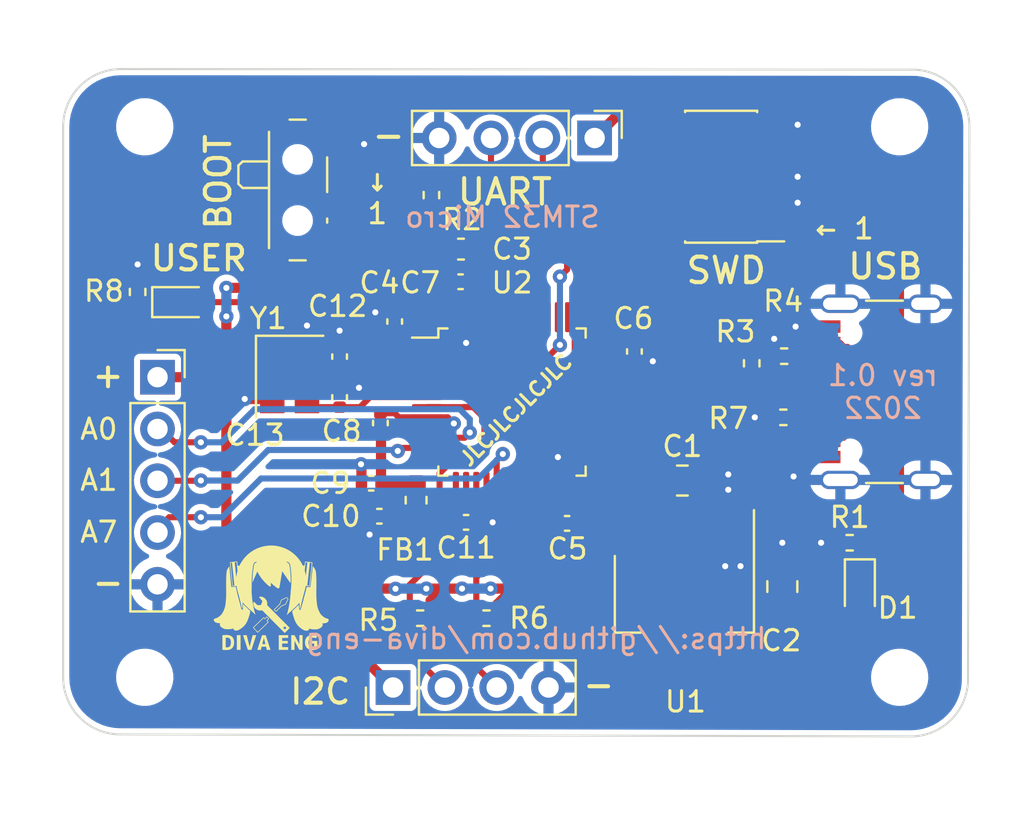
<source format=kicad_pcb>
(kicad_pcb (version 20211014) (generator pcbnew)
  (layers (0 "F.Cu" signal) (31 "B.Cu" signal) (34 "B.Paste" user) (35 "F.Paste" user) (36 "B.SilkS" user "B.Silkscreen") (37 "F.SilkS" user "F.Silkscreen") (38 "B.Mask" user) (39 "F.Mask" user) (44 "Edge.Cuts" user))
  (net 0 "")
  (net 1 "VBUS")
  (net 2 "GND")
  (net 3 "+3V3")
  (net 4 "+3.3VA")
  (net 5 "/JTAG_RST")
  (net 6 "/HSE_IN")
  (net 7 "/HSE_OUT")
  (net 8 "/PWR_LED_K")
  (net 9 "/USB_D+")
  (net 10 "/USB_D-")
  (net 13 "/USART1_TX")
  (net 14 "/USART1_RX")
  (net 15 "/SWCLK")
  (net 16 "/SWDIO")
  (net 20 "/I2C2_SCL")
  (net 21 "/I2C2_SDA")
  (net 22 "/SW_BOOT0")
  (net 23 "/BOOT0")
  (net 45 "Net-(J1-PadB5)")
  (net 46 "Net-(J1-PadA5)")
  (net 47 "Net-(D2-Pad1)")
  (net 48 "/USER_LED")
  (net 49 "/USER_IO_1")
  (net 50 "/USER_IO_2")
  (net 51 "/USER_IO_3")
  (footprint "LED_SMD:LED_0603_1608Metric" (layer "F.Cu") (at 62.85 82.6)
    (fp_text reference "D2")
    (fp_text value "RED")
  )
  (footprint "Connector_PinSocket_2.54mm:PinSocket_1x05_P2.54mm_Vertical" (layer "F.Cu") (at 61.625 86.28)
    (fp_text reference "J5")
    (fp_text value "Conn_01x05_Female")
  )
  (footprint "Capacitor_SMD:C_0402_1005Metric" (layer "F.Cu") (at 81.7 93.45 180)
    (fp_text reference "C5")
    (fp_text value "100n")
  )
  (footprint "Capacitor_SMD:C_0402_1005Metric" (layer "F.Cu") (at 73.25 83.55 90)
    (fp_text reference "C4")
    (fp_text value "100n")
  )
  (footprint "Resistor_SMD:R_0402_1005Metric" (layer "F.Cu") (at 75.05 77.35 90)
    (fp_text reference "R2")
    (fp_text value "10k")
  )
  (footprint "Capacitor_SMD:C_0805_2012Metric" (layer "F.Cu") (at 92.25 96.55 90)
    (fp_text reference "C2")
    (fp_text value "22u")
  )
  (footprint "Connector_PinHeader_1.27mm:PinHeader_2x05_P1.27mm_Vertical_SMD" (layer "F.Cu") (at 89.25 76.45 180)
    (fp_text reference "J3")
    (fp_text value "SWD_10")
  )
  (footprint "LOGO" (layer "F.Cu") (at 67.230902 97.246216)
    (fp_text reference "G***")
    (fp_text value "LOGO" hide)
  )
  (footprint "Capacitor_SMD:C_0402_1005Metric" (layer "F.Cu") (at 85 85.02 -90)
    (fp_text reference "C6")
    (fp_text value "100n")
  )
  (footprint "Connector_PinHeader_2.54mm:PinHeader_1x04_P2.54mm_Vertical" (layer "F.Cu") (at 83.05 74.55 -90)
    (fp_text reference "J2")
    (fp_text value "Conn_01x04_Male")
  )
  (footprint "Inductor_SMD:L_0603_1608Metric" (layer "F.Cu") (at 74.3 92.3125 -90)
    (fp_text reference "FB1")
    (fp_text value "120R")
  )
  (footprint "Resistor_SMD:R_0402_1005Metric" (layer "F.Cu") (at 90.75 85.6 -90)
    (fp_text reference "R3")
    (fp_text value "1K5")
  )
  (footprint "Resistor_SMD:R_0402_1005Metric" (layer "F.Cu") (at 74.5 98.1 180)
    (fp_text reference "R5")
    (fp_text value "1K5")
  )
  (footprint "Connector_PinHeader_2.54mm:PinHeader_1x04_P2.54mm_Vertical" (layer "F.Cu") (at 73.17 101.5 90)
    (fp_text reference "J4")
    (fp_text value "Conn_01x04_Male")
  )
  (footprint "Resistor_SMD:R_0402_1005Metric" (layer "F.Cu") (at 92.34 85.25 180)
    (fp_text reference "R4")
    (fp_text value "5K1")
  )
  (footprint "Capacitor_SMD:C_0402_1005Metric" (layer "F.Cu") (at 72.55 88.53 90)
    (fp_text reference "C8")
    (fp_text value "10n")
  )
  (footprint "Button_Switch_SMD:SW_SPDT_PCM12" (layer "F.Cu") (at 68.82 77.1 -90)
    (fp_text reference "SW1")
    (fp_text value "SW_SPDT")
  )
  (footprint "Resistor_SMD:R_0402_1005Metric" (layer "F.Cu") (at 60.65 82.1 90)
    (fp_text reference "R8")
    (fp_text value "1K5")
  )
  (footprint "Resistor_SMD:R_0402_1005Metric" (layer "F.Cu") (at 77.75 98.1 180)
    (fp_text reference "R6")
    (fp_text value "1K5")
  )
  (footprint "Resistor_SMD:R_0402_1005Metric" (layer "F.Cu") (at 92.3 88.25 180)
    (fp_text reference "R7")
    (fp_text value "5K1")
  )
  (footprint "Capacitor_SMD:C_0402_1005Metric" (layer "F.Cu") (at 76.48 81.6)
    (fp_text reference "C7")
    (fp_text value "100n")
  )
  (footprint "Capacitor_SMD:C_0805_2012Metric" (layer "F.Cu") (at 87.35 91.35)
    (fp_text reference "C1")
    (fp_text value "22u")
  )
  (footprint "MountingHole:MountingHole_2.2mm_M2" (layer "F.Cu") (at 98 74)
    (fp_text reference "H3")
    (fp_text value "MountingHole")
  )
  (footprint "MountingHole:MountingHole_2.2mm_M2" (layer "F.Cu") (at 61 101)
    (fp_text reference "H2")
    (fp_text value "MountingHole")
  )
  (footprint "Capacitor_SMD:C_0402_1005Metric" (layer "F.Cu") (at 70.55 85.27 90)
    (fp_text reference "C12")
    (fp_text value "10p")
  )
  (footprint "Capacitor_SMD:C_0603_1608Metric" (layer "F.Cu") (at 76.5 80)
    (fp_text reference "C3")
    (fp_text value "10n")
  )
  (footprint "MountingHole:MountingHole_2.2mm_M2" (layer "F.Cu") (at 98 101)
    (fp_text reference "H4")
    (fp_text value "MountingHole")
  )
  (footprint "Package_TO_SOT_SMD:SOT-223-3_TabPin2" (layer "F.Cu") (at 87.45 96.9 -90)
    (fp_text reference "U1")
    (fp_text value "AMS1117-3.3")
  )
  (footprint "Package_QFP:LQFP-48_7x7mm_P0.5mm" (layer "F.Cu") (at 79 87.5)
    (fp_text reference "U2")
    (fp_text value "STM32F103C8T6")
  )
  (footprint "Capacitor_SMD:C_0402_1005Metric" (layer "F.Cu") (at 72.5 93.1 180)
    (fp_text reference "C10")
    (fp_text value "1u")
  )
  (footprint "LED_SMD:LED_0603_1608Metric" (layer "F.Cu") (at 96.05 96.7 -90)
    (fp_text reference "D1")
    (fp_text value "RED")
  )
  (footprint "Capacitor_SMD:C_0402_1005Metric" (layer "F.Cu") (at 70.55 87.27 90)
    (fp_text reference "C13")
    (fp_text value "10p")
  )
  (footprint "Capacitor_SMD:C_0402_1005Metric" (layer "F.Cu") (at 76.75 93.4)
    (fp_text reference "C11")
    (fp_text value "100n")
  )
  (footprint "Capacitor_SMD:C_0402_1005Metric" (layer "F.Cu") (at 72.1 91.48 180)
    (fp_text reference "C9")
    (fp_text value "1u")
  )
  (footprint "Resistor_SMD:R_0402_1005Metric" (layer "F.Cu") (at 95.55 94.4 180)
    (fp_text reference "R1")
    (fp_text value "1K5")
  )
  (footprint "Crystal:Crystal_SMD_3225-4Pin_3.2x2.5mm" (layer "F.Cu") (at 68.1 86.25 -90)
    (fp_text reference "Y1")
    (fp_text value "16MHz")
  )
  (footprint "Connector_USB:USB_C_Receptacle_Palconn_UTC16-G" (layer "F.Cu") (at 97.025 87 90)
    (fp_text reference "J1")
    (fp_text value "USB C Connector")
  )
  (footprint "MountingHole:MountingHole_2.2mm_M2" (layer "F.Cu") (at 61 74)
    (fp_text reference "H1")
    (fp_text value "MountingHole")
  )
  (gr_line (start 57 101) (end 57 74) (layer "Edge.Cuts") (width 0.1))
  (gr_line (start 101.35 101) (end 101.420101 73.979899) (layer "Edge.Cuts") (width 0.1))
  (gr_arc (start 59.8 103.8) (mid 57.820101 102.979899) (end 57 101) (layer "Edge.Cuts") (width 0.1))
  (gr_arc (start 57 74) (mid 57.825396 72.00242) (end 59.820101 71.170101) (layer "Edge.Cuts") (width 0.1))
  (gr_arc (start 101.35 101) (mid 100.563726 103.041054) (end 98.55 103.9) (layer "Edge.Cuts") (width 0.1))
  (gr_line (start 98.55 103.9) (end 59.8 103.8) (layer "Edge.Cuts") (width 0.1))
  (gr_arc (start 98.55 71.2) (mid 100.573827 71.982068) (end 101.420101 73.979899) (layer "Edge.Cuts") (width 0.1))
  (gr_line (start 98.55 71.2) (end 59.820101 71.170101) (layer "Edge.Cuts") (width 0.1))
  (gr_text "STM32 Micro" (at 78.53 78.43) (layer "B.SilkS") (effects (font (size 1 1)) (justify mirror)))
  (gr_text "https://github.com/diva-eng" (at 80.175 99.1) (layer "B.SilkS") (effects (font (size 1 1)) (justify mirror)))
  (gr_text "rev 0.1\n2022" (at 97.175 87) (layer "B.SilkS") (effects (font (size 1 1)) (justify mirror)))
  (gr_text "-" (at 83.25 101.35) (layer "F.SilkS") (effects (font (size 1.2 1.2) (thickness 0.2))))
  (gr_text "BOOT" (at 64.6 76.7 90) (layer "F.SilkS") (effects (font (size 1.2 1.2) (thickness 0.2))))
  (gr_text "← 1" (at 95.25 79) (layer "F.SilkS") (effects (font (size 1 1))))
  (gr_text "-" (at 72.95 74.4) (layer "F.SilkS") (effects (font (size 1.25 1.25) (thickness 0.2))))
  (gr_text "↓\n1" (at 72.4 77.45) (layer "F.SilkS") (effects (font (size 1 1))))
  (gr_text "SWD" (at 89.5 81.05) (layer "F.SilkS") (effects (font (size 1.25 1.25) (thickness 0.2))))
  (gr_text "+" (at 59.2 86.18) (layer "F.SilkS") (effects (font (size 1.2 1.2) (thickness 0.2))))
  (gr_text "USER" (at 63.65 80.45) (layer "F.SilkS") (effects (font (size 1.2 1.2) (thickness 0.2))))
  (gr_text "A1" (at 58.75 91.33) (layer "F.SilkS") (effects (font (size 1 1))))
  (gr_text "-" (at 59.2 96.33) (layer "F.SilkS") (effects (font (size 1.2 1.2) (thickness 0.2))))
  (gr_text "UART" (at 78.65 77.2) (layer "F.SilkS") (effects (font (size 1.25 1.25) (thickness 0.2))))
  (gr_text "A7" (at 58.75 93.88) (layer "F.SilkS") (effects (font (size 1 1))))
  (gr_text "A0" (at 58.75 88.83) (layer "F.SilkS") (effects (font (size 1 1))))
  (gr_text "I2C" (at 69.6 101.7) (layer "F.SilkS") (effects (font (size 1.2 1.2) (thickness 0.2))))
  (gr_text "USB" (at 97.3 80.85) (layer "F.SilkS") (effects (font (size 1.2 1.2) (thickness 0.2))))
  (gr_text "JLCJLCJLCJLC" (at 79.2 87.9 45) (layer "F.SilkS") (effects (font (size 0.7 0.7))))
  (segment (start 96.8 86.15) (end 95.45 84.8) (width 0.3) (layer "F.Cu") (net 1))
  (segment (start 95.45 84.8) (end 95.275727 84.8) (width 0.3) (layer "F.Cu") (net 1))
  (segment (start 94.665489 89.249511) (end 95.250489 89.249511) (width 0.3) (layer "F.Cu") (net 1))
  (segment (start 95.250489 89.249511) (end 96.8 87.7) (width 0.3) (layer "F.Cu") (net 1))
  (segment (start 96.8 87.7) (end 96.8 86.15) (width 0.3) (layer "F.Cu") (net 1))
  (segment (start 94.515 89.4) (end 94.665489 89.249511) (width 0.3) (layer "F.Cu") (net 1))
  (segment (start 95.275727 84.8) (end 95.075727 84.6) (width 0.3) (layer "F.Cu") (net 1))
  (segment (start 95.075727 84.6) (end 94.515 84.6) (width 0.3) (layer "F.Cu") (net 1))
  (segment (start 77.23 93.4) (end 78.05 93.4) (width 0.5) (layer "F.Cu") (net 2))
  (segment (start 70.25 74.85) (end 71.745 74.85) (width 0.5) (layer "F.Cu") (net 2))
  (segment (start 92.995 77.72) (end 91.2 77.72) (width 0.5) (layer "F.Cu") (net 2))
  (segment (start 73.25 88.05) (end 72.55 88.05) (width 0.3) (layer "F.Cu") (net 2))
  (segment (start 71.49 86.79) (end 71.5 86.8) (width 0.5) (layer "F.Cu") (net 2))
  (segment (start 91.83 85.25) (end 91.83 84.42) (width 0.3) (layer "F.Cu") (net 2))
  (segment (start 76.95 81) (end 76.95 81.59) (width 0.5) (layer "F.Cu") (net 2))
  (segment (start 76.95 81.59) (end 76.96 81.6) (width 0.5) (layer "F.Cu") (net 2))
  (segment (start 91.83 84.42) (end 91.85 84.4) (width 0.3) (layer "F.Cu") (net 2))
  (segment (start 92.99 73.91) (end 91.2 73.91) (width 0.5) (layer "F.Cu") (net 2))
  (segment (start 68.95 85.15) (end 68.95 83.75) (width 0.5) (layer "F.Cu") (net 2))
  (segment (start 76.75 82.499639) (end 76.999639 82.25) (width 0.3) (layer "F.Cu") (net 2))
  (segment (start 70.55 84.79) (end 70.55 84) (width 0.5) (layer "F.Cu") (net 2))
  (segment (start 84.05 85.25) (end 84.3 85.5) (width 0.3) (layer "F.Cu") (net 2))
  (segment (start 91.2 76.45) (end 93 76.45) (width 0.5) (layer "F.Cu") (net 2))
  (segment (start 76.75 83.3375) (end 76.75 82.499639) (width 0.3) (layer "F.Cu") (net 2))
  (segment (start 94.515 90.2) (end 93.75 90.2) (width 0.5) (layer "F.Cu") (net 2))
  (segment (start 71.62 90.570011) (end 71.6 90.550011) (width 0.5) (layer "F.Cu") (net 2))
  (segment (start 94.515 83.8) (end 92.9 83.8) (width 0.5) (layer "F.Cu") (net 2))
  (segment (start 81.25 93.42) (end 81.22 93.45) (width 0.3) (layer "F.Cu") (net 2))
  (segment (start 60.65 81.59) (end 60.65 80.75) (width 0.5) (layer "F.Cu") (net 2))
  (segment (start 76.999639 82.25) (end 77 82.25) (width 0.3) (layer "F.Cu") (net 2))
  (segment (start 81.25 91.6625) (end 81.25 93.42) (width 0.3) (layer "F.Cu") (net 2))
  (segment (start 95.04 94.4) (end 94.15 94.4) (width 0.5) (layer "F.Cu") (net 2))
  (segment (start 73.45 88.25) (end 73.25 88.05) (width 0.3) (layer "F.Cu") (net 2))
  (segment (start 75.85 88.25) (end 76.15 88.55) (width 0.3) (layer "F.Cu") (net 2))
  (segment (start 83.1625 85.25) (end 84.05 85.25) (width 0.3) (layer "F.Cu") (net 2))
  (segment (start 84.3 85.5) (end 85 85.5) (width 0.3) (layer "F.Cu") (net 2))
  (segment (start 81.25 91.6625) (end 81.25 90.2) (width 0.3) (layer "F.Cu") (net 2))
  (segment (start 77.275 80) (end 77.275 80.675) (width 0.5) (layer "F.Cu") (net 2))
  (segment (start 73.25 83.07) (end 72.33 83.07) (width 0.5) (layer "F.Cu") (net 2))
  (segment (start 85 85.5) (end 85.9 85.5) (width 0.3) (layer "F.Cu") (net 2))
  (segment (start 77 81.64) (end 76.96 81.6) (width 0.3) (layer "F.Cu") (net 2))
  (segment (start 74.8375 88.25) (end 75.85 88.25) (width 0.3) (layer "F.Cu") (net 2))
  (segment (start 91.74 88.25) (end 90.9 88.25) (width 0.3) (layer "F.Cu") (net 2))
  (segment (start 70.55 86.79) (end 71.49 86.79) (width 0.5) (layer "F.Cu") (net 2))
  (segment (start 67.25 87.35) (end 65.9 87.35) (width 0.5) (layer "F.Cu") (net 2))
  (segment (start 72.33 83.07) (end 72.3 83.1) (width 0.5) (layer "F.Cu") (net 2))
  (segment (start 93 73.9) (end 92.99 73.91) (width 0.5) (layer "F.Cu") (net 2))
  (segment (start 77.275 80.675) (end 76.95 81) (width 0.5) (layer "F.Cu") (net 2))
  (segment (start 76.75 83.3375) (end 76.75 84.6) (width 0.3) (layer "F.Cu") (net 2))
  (segment (start 74.8375 88.25) (end 73.45 88.25) (width 0.3) (layer "F.Cu") (net 2))
  (segment (start 71.62 91.48) (end 71.62 90.570011) (width 0.5) (layer "F.Cu") (net 2))
  (segment (start 93.75 90.2) (end 92.8 91.15) (width 0.5) (layer "F.Cu") (net 2))
  (segment (start 77 82.25) (end 77 81.64) (width 0.3) (layer "F.Cu") (net 2))
  (segment (start 72.02 93.1) (end 72.02 94) (width 0.5) (layer "F.Cu") (net 2))
  (segment (start 93 77.725) (end 92.995 77.72) (width 0.5) (layer "F.Cu") (net 2))
  (via (at 92.25 94.4) (size 0.7) (drill 0.3) (layers "F.Cu" "B.Cu") (net 2))
  (via (at 71.5 86.8) (size 0.7) (drill 0.3) (layers "F.Cu" "B.Cu") (net 2))
  (via (at 85.9 85.5) (size 0.7) (drill 0.3) (layers "F.Cu" "B.Cu") (net 2))
  (via (at 93 77.725) (size 0.7) (drill 0.3) (layers "F.Cu" "B.Cu") (net 2))
  (via (at 93 73.9) (size 0.7) (drill 0.3) (layers "F.Cu" "B.Cu") (net 2))
  (via (at 93 76.45) (size 0.7) (drill 0.3) (layers "F.Cu" "B.Cu") (net 2))
  (via (at 89.45 95.55) (size 0.7) (drill 0.3) (layers "F.Cu" "B.Cu") (net 2))
  (via (at 78.05 93.4) (size 0.7) (drill 0.3) (layers "F.Cu" "B.Cu") (net 2))
  (via (at 68.95 83.75) (size 0.7) (drill 0.3) (layers "F.Cu" "B.Cu") (net 2))
  (via (at 92.8 91.15) (size 0.7) (drill 0.3) (layers "F.Cu" "B.Cu") (net 2))
  (via (at 70.55 84) (size 0.7) (drill 0.3) (layers "F.Cu" "B.Cu") (net 2))
  (via (at 89.6 91.8) (size 0.7) (drill 0.3) (layers "F.Cu" "B.Cu") (net 2))
  (via (at 60.65 80.75) (size 0.7) (drill 0.3) (layers "F.Cu" "B.Cu") (net 2))
  (via (at 71.6 90.550011) (size 0.7) (drill 0.3) (layers "F.Cu" "B.Cu") (net 2))
  (via (at 76.75 84.6) (size 0.7) (drill 0.3) (layers "F.Cu" "B.Cu") (net 2))
  (via (at 72.3 83.1) (size 0.7) (drill 0.3) (layers "F.Cu" "B.Cu") (net 2))
  (via (at 76.15 88.55) (size 0.7) (drill 0.3) (layers "F.Cu" "B.Cu") (net 2))
  (via (at 65.9 87.35) (size 0.7) (drill 0.3) (layers "F.Cu" "B.Cu") (net 2))
  (via (at 94.15 94.4) (size 0.7) (drill 0.3) (layers "F.Cu" "B.Cu") (net 2))
  (via (at 90.2 95.55) (size 0.7) (drill 0.3) (layers "F.Cu" "B.Cu") (net 2))
  (via (at 71.75 74.85) (size 0.7) (drill 0.3) (layers "F.Cu" "B.Cu") (net 2))
  (via (at 81.25 90.2) (size 0.7) (drill 0.3) (layers "F.Cu" "B.Cu") (net 2))
  (via (at 72.02 94) (size 0.7) (drill 0.3) (layers "F.Cu" "B.Cu") (net 2))
  (via (at 90.9 88.25) (size 0.7) (drill 0.3) (layers "F.Cu" "B.Cu") (net 2))
  (via (at 92.9 83.8) (size 0.7) (drill 0.3) (layers "F.Cu" "B.Cu") (net 2))
  (via (at 89.6 91.05) (size 0.7) (drill 0.3) (layers "F.Cu" "B.Cu") (net 2))
  (via (at 91.85 84.4) (size 0.7) (drill 0.3) (layers "F.Cu" "B.Cu") (net 2))
  (segment (start 73.2905 96.659077) (end 73.281423 96.65) (width 0.5) (layer "F.Cu") (net 3))
  (segment (start 76 82.25) (end 76 81.6) (width 0.3) (layer "F.Cu") (net 3))
  (segment (start 94.75 73.25) (end 94.75 78.85) (width 0.5) (layer "F.Cu") (net 3))
  (segment (start 94.15 97.5) (end 94.15 101.85) (width 0.5) (layer "F.Cu") (net 3))
  (segment (start 83.05 74.55) (end 85.25 72.35) (width 0.5) (layer "F.Cu") (net 3))
  (segment (start 74.4 80.2) (end 74.4 83.85) (width 0.5) (layer "F.Cu") (net 3))
  (segment (start 75.725 80) (end 75.725 80.775) (width 0.5) (layer "F.Cu") (net 3))
  (segment (start 76 81.05) (end 76 81.6) (width 0.5) (layer "F.Cu") (net 3))
  (segment (start 94.15 101.85) (end 93.3 102.7) (width 0.5) (layer "F.Cu") (net 3))
  (segment (start 75.01 97.24) (end 75.5 96.75) (width 0.5) (layer "F.Cu") (net 3))
  (segment (start 76.5505 96.65) (end 75.5 96.65) (width 0.5) (layer "F.Cu") (net 3))
  (segment (start 83.2 96.65) (end 83.2 95.65) (width 0.5) (layer "F.Cu") (net 3))
  (segment (start 72.98 94.17068) (end 70.50068 96.65) (width 0.5) (layer "F.Cu") (net 3))
  (segment (start 75.725 80.775) (end 76 81.05) (width 0.5) (layer "F.Cu") (net 3))
  (segment (start 81.75 91.6625) (end 81.75 92.5) (width 0.3) (layer "F.Cu") (net 3))
  (segment (start 78.26 98.1) (end 78.26 97.44) (width 0.5) (layer "F.Cu") (net 3))
  (segment (start 73.55 79.35) (end 74.4 80.2) (width 0.5) (layer "F.Cu") (net 3))
  (segment (start 70.25 79.35) (end 72.7 79.35) (width 0.5) (layer "F.Cu") (net 3))
  (segment (start 93.3 102.7) (end 84 102.7) (width 0.5) (layer "F.Cu") (net 3))
  (segment (start 97.96548 80.43452) (end 89.66548 80.43452) (width 0.5) (layer "F.Cu") (net 3))
  (segment (start 97.96548 95.57202) (end 97.96548 80.43452) (width 0.5) (layer "F.Cu") (net 3))
  (segment (start 82.2 92.95) (end 82.2 93.43) (width 0.3) (layer "F.Cu") (net 3))
  (segment (start 97.96548 79.76548) (end 97.19 78.99) (width 0.5) (layer "F.Cu") (net 3))
  (segment (start 88.46 84.54) (end 85 84.54) (width 0.5) (layer "F.Cu") (net 3))
  (segment (start 75.5 96.75) (end 75.5 96.65) (width 0.5) (layer "F.Cu") (net 3))
  (segment (start 65 81.9005) (end 71.0995 81.9005) (width 0.5) (layer "F.Cu") (net 3))
  (segment (start 89.55 83.45) (end 89.55 83.89) (width 0.5) (layer "F.Cu") (net 3))
  (segment (start 89.55 83.45) (end 88.46 84.54) (width 0.5) (layer "F.Cu") (net 3))
  (segment (start 72.98 93.1) (end 74.3 93.1) (width 0.5) (layer "F.Cu") (net 3))
  (segment (start 97.19 78.99) (end 91.2 78.99) (width 0.5) (layer "F.Cu") (net 3))
  (segment (start 97.96548 80.43452) (end 97.96548 79.76548) (width 0.5) (layer "F.Cu") (net 3))
  (segment (start 72.7 79.35) (end 72.7 80.3) (width 0.5) (layer "F.Cu") (net 3))
  (segment (start 72.7 80.3) (end 71.0995 81.9005) (width 0.5) (layer "F.Cu") (net 3))
  (segment (start 83.2 96.65) (end 80.05 96.65) (width 0.5) (layer "F.Cu") (net 3))
  (segment (start 89.66548 80.43452) (end 89.55 80.55) (width 0.5) (layer "F.Cu") (net 3))
  (segment (start 83.1625 84.75) (end 84.1 84.75) (width 0.3) (layer "F.Cu") (net 3))
  (segment (start 74.8375 84.2875) (end 74.8375 84.65048) (width 0.5) (layer "F.Cu") (net 3))
  (segment (start 73.17 101.5) (end 73.15 101.5) (width 0.5) (layer "F.Cu") (net 3))
  (segment (start 96.05 97.4875) (end 97.96548 95.57202) (width 0.5) (layer "F.Cu") (net 3))
  (segment (start 82.18 94.63) (end 82.18 93.45) (width 0.5) (layer "F.Cu") (net 3))
  (segment (start 89.55 80.55) (end 89.55 83.45) (width 0.5) (layer "F.Cu") (net 3))
  (segment (start 65 84.5) (end 65 83.2995) (width 0.5) (layer "F.Cu") (net 3))
  (segment (start 83.2 101.9) (end 83.2 96.65) (width 0.5) (layer "F.Cu") (net 3))
  (segment (start 89.55 83.89) (end 90.75 85.09) (width 0.5) (layer "F.Cu") (net 3))
  (segment (start 63.82 86.28) (end 61.625 86.28) (width 0.5) (layer "F.Cu") (net 3))
  (segment (start 79.05 96.65) (end 77.9495 96.65) (width 0.5) (layer "F.Cu") (net 3))
  (segment (start 74.4 83.85) (end 74.8375 84.2875) (width 0.5) (layer "F.Cu") (net 3))
  (segment (start 85.65 72.35) (end 93.85 72.35) (width 0.5) (layer "F.Cu") (net 3))
  (segment (start 70.50068 96.65) (end 70.4 96.65) (width 0.5) (layer "F.Cu") (net 3))
  (segment (start 65.55 96.65) (end 70.4 96.65) (width 0.5) (layer "F.Cu") (net 3))
  (segment (start 94.15 97.5) (end 95.9375 97.5) (width 0.5) (layer "F.Cu") (net 3))
  (segment (start 65 85.1) (end 63.82 86.28) (width 0.5) (layer "F.Cu") (net 3))
  (segment (start 76.25 83.3375) (end 76.25 82.5) (width 0.3) (layer "F.Cu") (net 3))
  (segment (start 84 102.7) (end 83.2 101.9) (width 0.5) (layer "F.Cu") (net 3))
  (segment (start 82.2 93.43) (end 82.18 93.45) (width 0.3) (layer "F.Cu") (net 3))
  (segment (start 65 96.1) (end 65 85.1) (width 0.5) (layer "F.Cu") (net 3))
  (segment (start 73.25 84.03) (end 74.58 84.03) (width 0.5) (layer "F.Cu") (net 3))
  (segment (start 73.15 101.5) (end 71.5 99.85) (width 0.5) (layer "F.Cu") (net 3))
  (segment (start 65 96.1) (end 65.55 96.65) (width 0.5) (layer "F.Cu") (net 3))
  (segment (start 83.2 95.65) (end 82.18 94.63) (width 0.5) (layer "F.Cu") (net 3))
  (segment (start 71.5 99.85) (end 71.5 96.65) (width 0.5) (layer "F.Cu") (net 3))
  (segment (start 84.1 84.75) (end 84.31 84.54) (width 0.3) (layer "F.Cu") (net 3))
  (segment (start 76.25 82.5) (end 76 82.25) (width 0.3) (layer "F.Cu") (net 3))
  (segment (start 93.85 72.35) (end 94.75 73.25) (width 0.5) (layer "F.Cu") (net 3))
  (segment (start 92.25 97.5) (end 94.15 97.5) (width 0.5) (layer "F.Cu") (net 3))
  (segment (start 75.01 97.24) (end 75.01 98.1) (width 0.5) (layer "F.Cu") (net 3))
  (segment (start 65 85.1) (end 65 84.5) (width 0.5) (layer "F.Cu") (net 3))
  (segment (start 72.98 93.1) (end 72.98 94.17068) (width 0.5) (layer "F.Cu") (net 3))
  (segment (start 70.4 96.65) (end 71.5 96.65) (width 0.5) (layer "F.Cu") (net 3))
  (segment (start 74.6 80) (end 74.4 80.2) (width 0.5) (layer "F.Cu") (net 3))
  (segment (start 81.75 92.5) (end 82.2 92.95) (width 0.3) (layer "F.Cu") (net 3))
  (segment (start 73.281423 96.65) (end 71.5 96.65) (width 0.5) (layer "F.Cu") (net 3))
  (segment (start 75.725 80) (end 74.6 80) (width 0.5) (layer "F.Cu") (net 3))
  (segment (start 80.05 96.65) (end 79.05 96.65) (width 0.5) (layer "F.Cu") (net 3))
  (segment (start 95.9375 97.5) (end 96.05 97.3875) (width 0.5) (layer "F.Cu") (net 3))
  (segment (start 78.26 97.44) (end 79.05 96.65) (width 0.5) (layer "F.Cu") (net 3))
  (segment (start 75.5 96.65) (end 74.8 96.65) (width 0.5) (layer "F.Cu") (net 3))
  (segment (start 74.58 84.03) (end 74.8375 84.2875) (width 0.5) (layer "F.Cu") (net 3))
  (segment (start 72.7 79.35) (end 73.55 79.35) (width 0.5) (layer "F.Cu") (net 3))
  (segment (start 85.25 72.35) (end 85.65 72.35) (width 0.5) (layer "F.Cu") (net 3))
  (segment (start 84.31 84.54) (end 85 84.54) (width 0.3) (layer "F.Cu") (net 3))
  (via (at 65 81.9005) (size 0.7) (drill 0.3) (layers "F.Cu" "B.Cu") (net 3))
  (via (at 77.9495 96.65) (size 0.7) (drill 0.3) (layers "F.Cu" "B.Cu") (net 3))
  (via (at 73.2905 96.659077) (size 0.7) (drill 0.3) (layers "F.Cu" "B.Cu") (net 3))
  (via (at 74.8 96.65) (size 0.7) (drill 0.3) (layers "F.Cu" "B.Cu") (net 3))
  (via (at 65 83.2995) (size 0.7) (drill 0.3) (layers "F.Cu" "B.Cu") (net 3))
  (via (at 76.5505 96.65) (size 0.7) (drill 0.3) (layers "F.Cu" "B.Cu") (net 3))
  (segment (start 77.9495 96.65) (end 76.5505 96.65) (width 0.5) (layer "B.Cu") (net 3))
  (segment (start 73.299577 96.65) (end 73.2905 96.659077) (width 0.5) (layer "B.Cu") (net 3))
  (segment (start 65 83.2995) (end 65 81.9005) (width 0.5) (layer "B.Cu") (net 3))
  (segment (start 74.8 96.65) (end 73.4 96.65) (width 0.5) (layer "B.Cu") (net 3))
  (segment (start 73.4 96.65) (end 73.299577 96.65) (width 0.5) (layer "B.Cu") (net 3))
  (segment (start 74.275 91.5) (end 74.3 91.525) (width 0.5) (layer "F.Cu") (net 4))
  (segment (start 72.58 91.48) (end 73.875 91.48) (width 0.5) (layer "F.Cu") (net 4))
  (segment (start 73.45 88.75) (end 73.19 89.01) (width 0.3) (layer "F.Cu") (net 4))
  (segment (start 73.19 89.01) (end 72.55 89.01) (width 0.3) (layer "F.Cu") (net 4))
  (segment (start 72.58 91.48) (end 72.58 89.04) (width 0.5) (layer "F.Cu") (net 4))
  (segment (start 74.8375 88.75) (end 73.45 88.75) (width 0.3) (layer "F.Cu") (net 4))
  (segment (start 78.3 87.75) (end 81.35 84.7) (width 0.3) (layer "F.Cu") (net 5))
  (segment (start 77.65 89.8) (end 76.95 90.5) (width 0.3) (layer "F.Cu") (net 5))
  (segment (start 77.1 87.75) (end 77.65 88.3) (width 0.3) (layer "F.Cu") (net 5))
  (segment (start 76.95 90.5) (end 75.95 90.5) (width 0.3) (layer "F.Cu") (net 5))
  (segment (start 81.35 81.35) (end 81.7 81) (width 0.3) (layer "F.Cu") (net 5))
  (segment (start 76.65 87.75) (end 77.1 87.75) (width 0.3) (layer "F.Cu") (net 5))
  (segment (start 75.95 90.5) (end 75.45 91) (width 0.3) (layer "F.Cu") (net 5))
  (segment (start 75.55 93.4) (end 76.27 93.4) (width 0.3) (layer "F.Cu") (net 5))
  (segment (start 77.65 88.3) (end 77.65 89.8) (width 0.3) (layer "F.Cu") (net 5))
  (segment (start 82.05 76.15) (end 85.25 76.15) (width 0.3) (layer "F.Cu") (net 5))
  (segment (start 85.5 74.25) (end 85.84 73.91) (width 0.3) (layer "F.Cu") (net 5))
  (segment (start 75.45 91) (end 75.45 93.3) (width 0.3) (layer "F.Cu") (net 5))
  (segment (start 85.84 73.91) (end 87.3 73.91) (width 0.3) (layer "F.Cu") (net 5))
  (segment (start 81.7 76.5) (end 82.05 76.15) (width 0.3) (layer "F.Cu") (net 5))
  (segment (start 81.7 81) (end 81.7 76.5) (width 0.3) (layer "F.Cu") (net 5))
  (segment (start 76.65 87.75) (end 78.3 87.75) (width 0.3) (layer "F.Cu") (net 5))
  (segment (start 85.25 76.15) (end 85.5 75.9) (width 0.3) (layer "F.Cu") (net 5))
  (segment (start 74.8375 87.75) (end 76.65 87.75) (width 0.3) (layer "F.Cu") (net 5))
  (segment (start 75.45 93.3) (end 75.55 93.4) (width 0.3) (layer "F.Cu") (net 5))
  (segment (start 85.5 75.9) (end 85.5 74.25) (width 0.3) (layer "F.Cu") (net 5))
  (via (at 81.35 84.7) (size 0.7) (drill 0.3) (layers "F.Cu" "B.Cu") (net 5))
  (via (at 81.35 81.35) (size 0.7) (drill 0.3) (layers "F.Cu" "B.Cu") (net 5))
  (segment (start 81.35 81.35) (end 81.35 84.7) (width 0.3) (layer "B.Cu") (net 5))
  (segment (start 67.25 85.5) (end 67.25 85.15) (width 0.3) (layer "F.Cu") (net 6))
  (segment (start 70.1 86.2) (end 67.95 86.2) (width 0.3) (layer "F.Cu") (net 6))
  (segment (start 72.999639 86.75) (end 74.8375 86.75) (width 0.3) (layer "F.Cu") (net 6))
  (segment (start 71.999639 85.75) (end 70.55 85.75) (width 0.3) (layer "F.Cu") (net 6))
  (segment (start 72.999639 86.75) (end 71.999639 85.75) (width 0.3) (layer "F.Cu") (net 6))
  (segment (start 67.95 86.2) (end 67.25 85.5) (width 0.3) (layer "F.Cu") (net 6))
  (segment (start 70.55 85.75) (end 70.1 86.2) (width 0.3) (layer "F.Cu") (net 6))
  (segment (start 74.8375 87.25) (end 72.05 87.25) (width 0.3) (layer "F.Cu") (net 7))
  (segment (start 70.55 87.75) (end 69.35 87.75) (width 0.3) (layer "F.Cu") (net 7))
  (segment (start 72.05 87.25) (end 71.55 87.75) (width 0.3) (layer "F.Cu") (net 7))
  (segment (start 71.55 87.75) (end 70.55 87.75) (width 0.3) (layer "F.Cu") (net 7))
  (segment (start 96.05 94.41) (end 96.06 94.4) (width 0.5) (layer "F.Cu") (net 8))
  (segment (start 96.05 95.9125) (end 96.05 94.41) (width 0.5) (layer "F.Cu") (net 8))
  (segment (start 93.644999 86.25) (end 94.515 86.25) (width 0.2) (layer "F.Cu") (net 9))
  (segment (start 95.444022 86.25) (end 94.515 86.25) (width 0.3) (layer "F.Cu") (net 9))
  (segment (start 95.75 86.555978) (end 95.444022 86.25) (width 0.3) (layer "F.Cu") (net 9))
  (segment (start 95.75 86.9) (end 95.75 86.555978) (width 0.3) (layer "F.Cu") (net 9))
  (segment (start 83.187499 86.274999) (end 93.619999 86.275) (width 0.2) (layer "F.Cu") (net 9))
  (segment (start 95.4 87.25) (end 95.75 86.9) (width 0.3) (layer "F.Cu") (net 9))
  (segment (start 83.1625 86.25) (end 83.187499 86.274999) (width 0.2) (layer "F.Cu") (net 9))
  (segment (start 94.515 87.25) (end 95.4 87.25) (width 0.3) (layer "F.Cu") (net 9))
  (segment (start 93.619999 86.275) (end 93.644999 86.25) (width 0.2) (layer "F.Cu") (net 9))
  (segment (start 93.7 87.75) (end 94.515 87.75) (width 0.2) (layer "F.Cu") (net 10))
  (segment (start 83.1625 86.75) (end 83.187499 86.725001) (width 0.2) (layer "F.Cu") (net 10))
  (segment (start 92.675 86.725) (end 93.7 87.75) (width 0.2) (layer "F.Cu") (net 10))
  (segment (start 92.675 86.725) (end 93.619999 86.725) (width 0.2) (layer "F.Cu") (net 10))
  (segment (start 83.187499 86.725001) (end 92.675 86.725) (width 0.2) (layer "F.Cu") (net 10))
  (segment (start 93.644999 86.75) (end 94.515 86.75) (width 0.2) (layer "F.Cu") (net 10))
  (segment (start 81.1 80.5) (end 81.1 76.45) (width 0.3) (layer "F.Cu") (net 13))
  (segment (start 79.25 82.35) (end 81.1 80.5) (width 0.3) (layer "F.Cu") (net 13))
  (segment (start 79.25 83.3375) (end 79.25 82.35) (width 0.3) (layer "F.Cu") (net 13))
  (segment (start 80.51 75.86) (end 81.1 76.45) (width 0.3) (layer "F.Cu") (net 13))
  (segment (start 80.51 74.55) (end 80.51 75.86) (width 0.3) (layer "F.Cu") (net 13))
  (segment (start 78 76.05) (end 77.97 76.02) (width 0.3) (layer "F.Cu") (net 14))
  (segment (start 78.75 83.3375) (end 78.75048 83.3375) (width 0.3) (layer "F.Cu") (net 14))
  (segment (start 78.75048 82.09952) (end 80.60048 80.24952) (width 0.3) (layer "F.Cu") (net 14))
  (segment (start 80.60048 76.7) (end 79.95048 76.05) (width 0.3) (layer "F.Cu") (net 14))
  (segment (start 78.75048 83.3375) (end 78.75048 82.09952) (width 0.3) (layer "F.Cu") (net 14))
  (segment (start 77.97 76.02) (end 77.97 74.55) (width 0.3) (layer "F.Cu") (net 14))
  (segment (start 80.60048 80.24952) (end 80.60048 76.7) (width 0.3) (layer "F.Cu") (net 14))
  (segment (start 79.95048 76.05) (end 78 76.05) (width 0.3) (layer "F.Cu") (net 14))
  (segment (start 87.7125 83.3375) (end 88.10048 82.94952) (width 0.3) (layer "F.Cu") (net 15))
  (segment (start 88.10048 82.94952) (end 88.10048 79.79048) (width 0.3) (layer "F.Cu") (net 15))
  (segment (start 88.10048 79.79048) (end 87.3 78.99) (width 0.3) (layer "F.Cu") (net 15))
  (segment (start 87.7125 83.3375) (end 81.75 83.3375) (width 0.3) (layer "F.Cu") (net 15))
  (segment (start 82.525361 83.9) (end 88.2 83.9) (width 0.3) (layer "F.Cu") (net 16))
  (segment (start 89.2 79.2) (end 89.2 78) (width 0.3) (layer "F.Cu") (net 16))
  (segment (start 82.324639 85.75) (end 82.07548 85.500841) (width 0.3) (layer "F.Cu") (net 16))
  (segment (start 82.07548 85.500841) (end 82.07548 84.349881) (width 0.3) (layer "F.Cu") (net 16))
  (segment (start 88.2 83.9) (end 88.6 83.5) (width 0.3) (layer "F.Cu") (net 16))
  (segment (start 88.599999 83.1) (end 88.599999 79.800001) (width 0.3) (layer "F.Cu") (net 16))
  (segment (start 82.07548 84.349881) (end 82.525361 83.9) (width 0.3) (layer "F.Cu") (net 16))
  (segment (start 83.1625 85.75) (end 82.324639 85.75) (width 0.3) (layer "F.Cu") (net 16))
  (segment (start 88.6 83.5) (end 88.599999 83.1) (width 0.3) (layer "F.Cu") (net 16))
  (segment (start 88.87 77.72) (end 87.3 77.72) (width 0.3) (layer "F.Cu") (net 16))
  (segment (start 88.599999 79.800001) (end 89.2 79.2) (width 0.3) (layer "F.Cu") (net 16))
  (segment (start 88.92 77.72) (end 88.87 77.72) (width 0.3) (layer "F.Cu") (net 16))
  (segment (start 89.2 78) (end 88.92 77.72) (width 0.3) (layer "F.Cu") (net 16))
  (segment (start 79.35 94.7) (end 75.75 94.7) (width 0.3) (layer "F.Cu") (net 20))
  (segment (start 79.600361 94.449639) (end 79.35 94.7) (width 0.3) (layer "F.Cu") (net 20))
  (segment (start 73.99 98.1) (end 73.99 99.78) (width 0.3) (layer "F.Cu") (net 20))
  (segment (start 80.25 92.500361) (end 79.600361 93.15) (width 0.3) (layer "F.Cu") (net 20))
  (segment (start 73.99 99.78) (end 75.71 101.5) (width 0.3) (layer "F.Cu") (net 20))
  (segment (start 73.99 96.46) (end 73.99 98.1) (width 0.3) (layer "F.Cu") (net 20))
  (segment (start 80.25 91.6625) (end 80.25 92.500361) (width 0.3) (layer "F.Cu") (net 20))
  (segment (start 75.75 94.7) (end 73.99 96.46) (width 0.3) (layer "F.Cu") (net 20))
  (segment (start 79.600361 93.15) (end 79.600361 94.449639) (width 0.3) (layer "F.Cu") (net 20))
  (segment (start 80.75 92.917715) (end 80.59048 93.077235) (width 0.3) (layer "F.Cu") (net 21))
  (segment (start 77.25 98.09) (end 77.24 98.1) (width 0.3) (layer "F.Cu") (net 21))
  (segment (start 77.24 98.1) (end 77.24 100.49) (width 0.3) (layer "F.Cu") (net 21))
  (segment (start 77.25 96.101241) (end 77.25 98.09) (width 0.3) (layer "F.Cu") (net 21))
  (segment (start 77.24 100.49) (end 78.25 101.5) (width 0.3) (layer "F.Cu") (net 21))
  (segment (start 78.051241 95.3) (end 77.25 96.101241) (width 0.3) (layer "F.Cu") (net 21))
  (segment (start 80.59048 93.077235) (end 80.59048 94.70952) (width 0.3) (layer "F.Cu") (net 21))
  (segment (start 80.75 91.6625) (end 80.75 92.917715) (width 0.3) (layer "F.Cu") (net 21))
  (segment (start 80 95.3) (end 78.051241 95.3) (width 0.3) (layer "F.Cu") (net 21))
  (segment (start 80.59048 94.70952) (end 80 95.3) (width 0.3) (layer "F.Cu") (net 21))
  (segment (start 70.25 77.85) (end 75.04 77.85) (width 0.3) (layer "F.Cu") (net 22))
  (segment (start 75.04 77.85) (end 75.05 77.86) (width 0.3) (layer "F.Cu") (net 22))
  (segment (start 79.971786 80.171786) (end 79.971786 77.271786) (width 0.3) (layer "F.Cu") (net 23))
  (segment (start 75.05 76.84) (end 79.54 76.84) (width 0.3) (layer "F.Cu") (net 23))
  (segment (start 78.25 81.893573) (end 79.971786 80.171786) (width 0.3) (layer "F.Cu") (net 23))
  (segment (start 78.25 83.3375) (end 78.25 81.893573) (width 0.3) (layer "F.Cu") (net 23))
  (segment (start 79.971786 77.271786) (end 79.54 76.84) (width 0.3) (layer "F.Cu") (net 23))
  (segment (start 92.85 85.25) (end 94.515 85.25) (width 0.3) (layer "F.Cu") (net 45))
  (segment (start 92.76 88.25) (end 94.515 88.25) (width 0.3) (layer "F.Cu") (net 46))
  (segment (start 62.0625 82.6) (end 60.66 82.6) (width 0.5) (layer "F.Cu") (net 47))
  (segment (start 60.66 82.6) (end 60.65 82.61) (width 0.5) (layer "F.Cu") (net 47))
  (segment (start 72.5 84.7) (end 71.600489 83.800489) (width 0.3) (layer "F.Cu") (net 48))
  (segment (start 74.8375 85.25) (end 73.85 85.25) (width 0.3) (layer "F.Cu") (net 48))
  (segment (start 63.6375 82.6) (end 71.300978 82.6) (width 0.3) (layer "F.Cu") (net 48))
  (segment (start 71.600489 82.899511) (end 71.300978 82.6) (width 0.3) (layer "F.Cu") (net 48))
  (segment (start 73.85 85.25) (end 73.3 84.7) (width 0.3) (layer "F.Cu") (net 48))
  (segment (start 71.600489 83.800489) (end 71.600489 82.899511) (width 0.3) (layer "F.Cu") (net 48))
  (segment (start 73.3 84.7) (end 72.5 84.7) (width 0.3) (layer "F.Cu") (net 48))
  (segment (start 74.8375 89.25) (end 76.677265 89.25) (width 0.3) (layer "F.Cu") (net 49))
  (segment (start 63.75 89.475) (end 62.46 89.475) (width 0.3) (layer "F.Cu") (net 49))
  (segment (start 62.46 89.475) (end 61.625 88.64) (width 0.3) (layer "F.Cu") (net 49))
  (segment (start 76.677265 89.25) (end 76.930987 88.996278) (width 0.3) (layer "F.Cu") (net 49))
  (via (at 76.930987 88.996278) (size 0.7) (drill 0.3) (layers "F.Cu" "B.Cu") (net 49))
  (via (at 63.75 89.475) (size 0.7) (drill 0.3) (layers "F.Cu" "B.Cu") (net 49))
  (segment (start 63.75 89.475) (end 64.764259 89.475) (width 0.3) (layer "B.Cu") (net 49))
  (segment (start 66.38877 87.850489) (end 76.439748 87.850489) (width 0.3) (layer "B.Cu") (net 49))
  (segment (start 76.930987 88.341728) (end 76.930987 88.996278) (width 0.3) (layer "B.Cu") (net 49))
  (segment (start 76.439748 87.850489) (end 76.930987 88.341728) (width 0.3) (layer "B.Cu") (net 49))
  (segment (start 64.764259 89.475) (end 66.38877 87.850489) (width 0.3) (layer "B.Cu") (net 49))
  (segment (start 73.55 89.75) (end 73.4 89.9) (width 0.3) (layer "F.Cu") (net 50))
  (segment (start 74.8375 89.75) (end 73.55 89.75) (width 0.3) (layer "F.Cu") (net 50))
  (segment (start 63.75 91.35) (end 63.74 91.36) (width 0.3) (layer "F.Cu") (net 50))
  (segment (start 63.74 91.36) (end 61.625 91.36) (width 0.3) (layer "F.Cu") (net 50))
  (via (at 73.4 89.9) (size 0.7) (drill 0.3) (layers "F.Cu" "B.Cu") (net 50))
  (via (at 63.75 91.35) (size 0.7) (drill 0.3) (layers "F.Cu" "B.Cu") (net 50))
  (segment (start 73.350489 89.850489) (end 73.4 89.9) (width 0.3) (layer "B.Cu") (net 50))
  (segment (start 67.0495 89.8505) (end 73.3505 89.8505) (width 0.3) (layer "B.Cu") (net 50))
  (segment (start 63.75 91.35) (end 65.55 91.35) (width 0.3) (layer "B.Cu") (net 50))
  (segment (start 65.55 91.35) (end 67.0495 89.8505) (width 0.3) (layer "B.Cu") (net 50))
  (segment (start 73.3505 89.8505) (end 73.4 89.9) (width 0.3) (layer "B.Cu") (net 50))
  (segment (start 78.25 90.35) (end 78.55 90.05) (width 0.3) (layer "F.Cu") (net 51))
  (segment (start 62.195 93.15) (end 61.625 93.72) (width 0.3) (layer "F.Cu") (net 51))
  (segment (start 78.25 91.6625) (end 78.25 90.35) (width 0.3) (layer "F.Cu") (net 51))
  (segment (start 63.75 93.15) (end 62.195 93.15) (width 0.3) (layer "F.Cu") (net 51))
  (via (at 78.55 90.05) (size 0.7) (drill 0.3) (layers "F.Cu" "B.Cu") (net 51))
  (via (at 63.75 93.15) (size 0.7) (drill 0.3) (layers "F.Cu" "B.Cu") (net 51))
  (segment (start 77.350489 91.249511) (end 78.55 90.05) (width 0.3) (layer "B.Cu") (net 51))
  (segment (start 64.8 93.15) (end 63.75 93.15) (width 0.3) (layer "B.Cu") (net 51))
  (segment (start 66.700489 91.249511) (end 64.8 93.15) (width 0.3) (layer "B.Cu") (net 51))
  (segment (start 66.700489 91.249511) (end 77.350489 91.249511) (width 0.3) (layer "B.Cu") (net 51))
  (zone (net 2) (net_name "GND") (layer "F.Cu") (connect_pads yes (clearance 0.3)) (min_thickness 0.25) (fill yes (thermal_gap 0.508) (thermal_bridge_width 0.508))
    (polygon (pts (xy 90.55 90.75) (xy 90.55 93.45) (xy 91 94) (xy 92.95 94) (xy 93.2 94.35) (xy 93.2 96.05) (xy 92.9 96.3) (xy 91.05 96.3) (xy 90.9 96) (xy 89.2 96) (xy 88.95 95.65) (xy 88.95 92.3) (xy 87.85 92.3) (xy 87.6 92.05) (xy 87.6 90.55) (xy 87.95 90.35) (xy 90.05 90.35)))
  )
  (zone (net 3) (net_name "+3V3") (layer "F.Cu") (connect_pads yes (clearance 0.3)) (min_thickness 0.25) (fill yes (thermal_gap 0.508) (thermal_bridge_width 0.508))
    (polygon (pts (xy 88.4 92.9) (xy 88.4 96.15) (xy 89.15 96.75) (xy 93.05 96.75) (xy 93.3 97.1) (xy 93.3 98.105664) (xy 93.3 100.2) (xy 92.65 101.2) (xy 90.35 101.2) (xy 89.65 101.2) (xy 89.3 101.2) (xy 85.5 101.2) (xy 85.3 100.95) (xy 85.3 97.05) (xy 86.5 95.75) (xy 86.5 93.151162) (xy 86.5 92.8) (xy 86.7 92.6) (xy 88.3 92.6)))
  )
  (zone (net 1) (net_name "VBUS") (layer "F.Cu") (connect_pads yes (clearance 0.3)) (min_thickness 0.25) (fill yes (thermal_gap 0.508) (thermal_bridge_width 0.508))
    (polygon (pts (xy 95.2 89.1) (xy 95.2 89.6) (xy 95.1 89.75) (xy 87.75 89.75) (xy 87.15 90.35) (xy 87.15 91.95) (xy 86.9 92.3) (xy 86.35 92.3) (xy 86.1 92.6) (xy 86.1 94.75) (xy 85.9 94.95) (xy 84.45 94.95) (xy 84.2 94.65) (xy 84.2 92.65) (xy 84.85 91.95) (xy 84.85 90.25) (xy 85.7 89) (xy 95 89)))
  )
  (zone (net 2) (net_name "GND") (layer "B.Cu") (connect_pads (clearance 0.3)) (min_thickness 0.25) (fill yes (thermal_gap 0.5) (thermal_bridge_width 0.5))
    (polygon (pts (xy 101.355939 103.999677) (xy 56.95 103.8) (xy 56.985211 71.225352) (xy 101.351163 71.249647)))
  )
)
</source>
